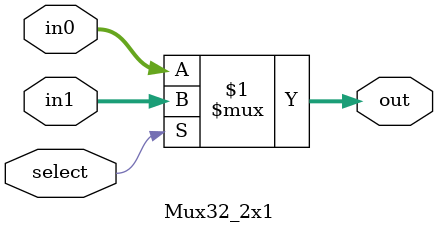
<source format=v>
module Mux32_2x1( select, in0, in1, out );

input           select;
input   [31:0]  in0;
input   [31:0]  in1;
output  [31:0]  out;

assign out = (select)?in1:in0;

endmodule
</source>
